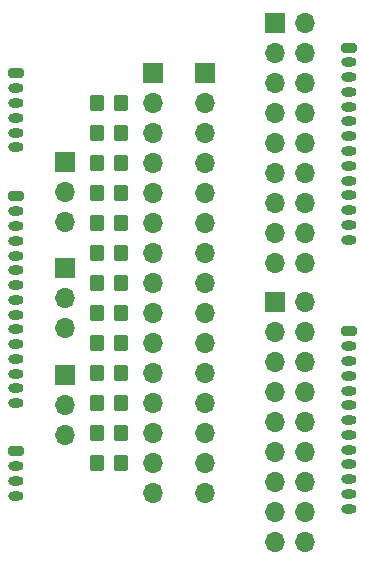
<source format=gbr>
%TF.GenerationSoftware,KiCad,Pcbnew,(6.0.10)*%
%TF.CreationDate,2023-02-13T19:14:31+09:00*%
%TF.ProjectId,joystick_gpio_input,6a6f7973-7469-4636-9b5f-6770696f5f69,1*%
%TF.SameCoordinates,PX7b89fa0PY78dfd90*%
%TF.FileFunction,Soldermask,Top*%
%TF.FilePolarity,Negative*%
%FSLAX46Y46*%
G04 Gerber Fmt 4.6, Leading zero omitted, Abs format (unit mm)*
G04 Created by KiCad (PCBNEW (6.0.10)) date 2023-02-13 19:14:31*
%MOMM*%
%LPD*%
G01*
G04 APERTURE LIST*
G04 Aperture macros list*
%AMRoundRect*
0 Rectangle with rounded corners*
0 $1 Rounding radius*
0 $2 $3 $4 $5 $6 $7 $8 $9 X,Y pos of 4 corners*
0 Add a 4 corners polygon primitive as box body*
4,1,4,$2,$3,$4,$5,$6,$7,$8,$9,$2,$3,0*
0 Add four circle primitives for the rounded corners*
1,1,$1+$1,$2,$3*
1,1,$1+$1,$4,$5*
1,1,$1+$1,$6,$7*
1,1,$1+$1,$8,$9*
0 Add four rect primitives between the rounded corners*
20,1,$1+$1,$2,$3,$4,$5,0*
20,1,$1+$1,$4,$5,$6,$7,0*
20,1,$1+$1,$6,$7,$8,$9,0*
20,1,$1+$1,$8,$9,$2,$3,0*%
G04 Aperture macros list end*
%ADD10O,1.700000X1.700000*%
%ADD11R,1.700000X1.700000*%
%ADD12O,1.300000X0.800000*%
%ADD13RoundRect,0.200000X-0.450000X0.200000X-0.450000X-0.200000X0.450000X-0.200000X0.450000X0.200000X0*%
%ADD14RoundRect,0.250000X-0.350000X-0.450000X0.350000X-0.450000X0.350000X0.450000X-0.350000X0.450000X0*%
G04 APERTURE END LIST*
D10*
%TO.C,J9*%
X28043800Y1387000D03*
X25503800Y1387000D03*
X28043800Y3927000D03*
X25503800Y3927000D03*
X28043800Y6467000D03*
X25503800Y6467000D03*
X28043800Y9007000D03*
X25503800Y9007000D03*
X28043800Y11547000D03*
X25503800Y11547000D03*
X28043800Y14087000D03*
X25503800Y14087000D03*
X28043800Y16627000D03*
X25503800Y16627000D03*
X28043800Y19167000D03*
X25503800Y19167000D03*
X28043800Y21707000D03*
D11*
X25503800Y21707000D03*
%TD*%
D10*
%TO.C,J8*%
X28043800Y25009000D03*
X25503800Y25009000D03*
X28043800Y27549000D03*
X25503800Y27549000D03*
X28043800Y30089000D03*
X25503800Y30089000D03*
X28043800Y32629000D03*
X25503800Y32629000D03*
X28043800Y35169000D03*
X25503800Y35169000D03*
X28043800Y37709000D03*
X25503800Y37709000D03*
X28043800Y40249000D03*
X25503800Y40249000D03*
X28043800Y42789000D03*
X25503800Y42789000D03*
X28043800Y45329000D03*
D11*
X25503800Y45329000D03*
%TD*%
D12*
%TO.C,J7*%
X31757200Y4253200D03*
X31757200Y5503200D03*
X31757200Y6753200D03*
X31757200Y8003200D03*
X31757200Y9253200D03*
X31757200Y10503200D03*
X31757200Y11753200D03*
X31757200Y13003200D03*
X31757200Y14253200D03*
X31757200Y15503200D03*
X31757200Y16753200D03*
X31757200Y18003200D03*
D13*
X31757200Y19253200D03*
%TD*%
%TO.C,J6*%
X31757200Y43281600D03*
D12*
X31757200Y42031600D03*
X31757200Y40781600D03*
X31757200Y39531600D03*
X31757200Y38281600D03*
X31757200Y37031600D03*
X31757200Y35781600D03*
X31757200Y34531600D03*
X31757200Y33281600D03*
X31757200Y32031600D03*
X31757200Y30781600D03*
X31757200Y29531600D03*
X31757200Y28281600D03*
X31757200Y27031600D03*
%TD*%
D14*
%TO.C,R10*%
X10430000Y15697200D03*
X12430000Y15697200D03*
%TD*%
%TO.C,R12*%
X10430000Y10617200D03*
X12430000Y10617200D03*
%TD*%
D11*
%TO.C,J5*%
X19608800Y41148000D03*
D10*
X19608800Y38608000D03*
X19608800Y36068000D03*
X19608800Y33528000D03*
X19608800Y30988000D03*
X19608800Y28448000D03*
X19608800Y25908000D03*
X19608800Y23368000D03*
X19608800Y20828000D03*
X19608800Y18288000D03*
X19608800Y15748000D03*
X19608800Y13208000D03*
X19608800Y10668000D03*
X19608800Y8128000D03*
X19608800Y5588000D03*
%TD*%
D14*
%TO.C,R13*%
X10430000Y8077200D03*
X12430000Y8077200D03*
%TD*%
%TO.C,R11*%
X10430000Y13157200D03*
X12430000Y13157200D03*
%TD*%
%TO.C,R4*%
X10430000Y30937200D03*
X12430000Y30937200D03*
%TD*%
%TO.C,R9*%
X10430000Y18237200D03*
X12430000Y18237200D03*
%TD*%
%TO.C,R5*%
X10430000Y28397200D03*
X12430000Y28397200D03*
%TD*%
D11*
%TO.C,JP3*%
X7721600Y15595600D03*
D10*
X7721600Y13055600D03*
X7721600Y10515600D03*
%TD*%
D14*
%TO.C,R2*%
X10430000Y36017200D03*
X12430000Y36017200D03*
%TD*%
D13*
%TO.C,J1*%
X3606800Y41097200D03*
D12*
X3606800Y39847200D03*
X3606800Y38597200D03*
X3606800Y37347200D03*
X3606800Y36097200D03*
X3606800Y34847200D03*
%TD*%
D14*
%TO.C,R8*%
X10430000Y20777200D03*
X12430000Y20777200D03*
%TD*%
%TO.C,R3*%
X10430000Y33477200D03*
X12430000Y33477200D03*
%TD*%
D13*
%TO.C,J3*%
X3606800Y30683200D03*
D12*
X3606800Y29433200D03*
X3606800Y28183200D03*
X3606800Y26933200D03*
X3606800Y25683200D03*
X3606800Y24433200D03*
X3606800Y23183200D03*
X3606800Y21933200D03*
X3606800Y20683200D03*
X3606800Y19433200D03*
X3606800Y18183200D03*
X3606800Y16933200D03*
X3606800Y15683200D03*
X3606800Y14433200D03*
X3606800Y13183200D03*
%TD*%
D11*
%TO.C,JP1*%
X7721600Y33629600D03*
D10*
X7721600Y31089600D03*
X7721600Y28549600D03*
%TD*%
D11*
%TO.C,J4*%
X15189200Y41097200D03*
D10*
X15189200Y38557200D03*
X15189200Y36017200D03*
X15189200Y33477200D03*
X15189200Y30937200D03*
X15189200Y28397200D03*
X15189200Y25857200D03*
X15189200Y23317200D03*
X15189200Y20777200D03*
X15189200Y18237200D03*
X15189200Y15697200D03*
X15189200Y13157200D03*
X15189200Y10617200D03*
X15189200Y8077200D03*
X15189200Y5537200D03*
%TD*%
D11*
%TO.C,JP2*%
X7721600Y24612600D03*
D10*
X7721600Y22072600D03*
X7721600Y19532600D03*
%TD*%
D13*
%TO.C,J2*%
X3606800Y9093200D03*
D12*
X3606800Y7843200D03*
X3606800Y6593200D03*
X3606800Y5343200D03*
%TD*%
D14*
%TO.C,R7*%
X10430000Y23317200D03*
X12430000Y23317200D03*
%TD*%
%TO.C,R6*%
X10430000Y25857200D03*
X12430000Y25857200D03*
%TD*%
%TO.C,R1*%
X10430000Y38557200D03*
X12430000Y38557200D03*
%TD*%
M02*

</source>
